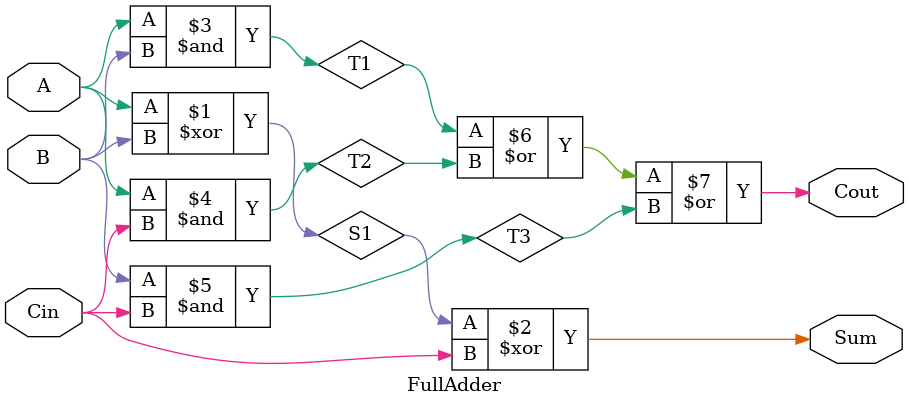
<source format=v>
`timescale 1ns / 1ps


module FullAdder(A, B, Cin, Cout, Sum);
    input A, B, Cin;
    output Cout, Sum;
    wire S1, T1, T2, T3;
    
    xor uu1(S1, A, B);
    xor uu2(Sum, S1, Cin);
    
    and uu3(T1, A, B);
    and uu4(T2, A, Cin);
    and uu5(T3, B, Cin);
    
    or  uu6(Cout, T1, T2, T3);
endmodule

</source>
